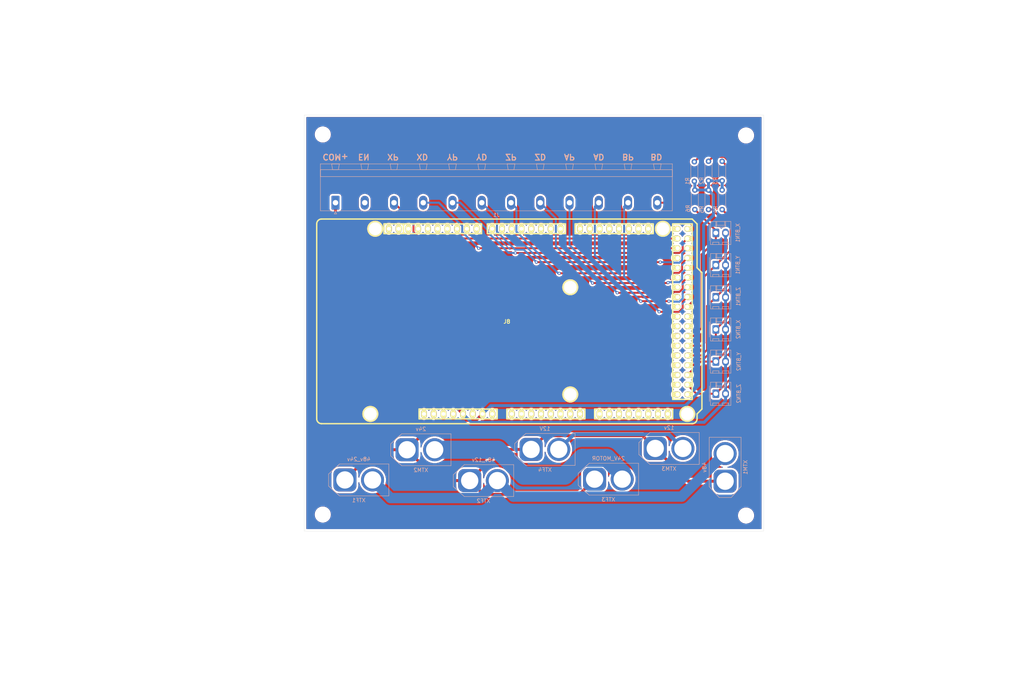
<source format=kicad_pcb>
(kicad_pcb (version 20171130) (host pcbnew 5.1.9-73d0e3b20d~88~ubuntu16.04.1)
  (layers (0 F.Cu signal) (31 B.Cu signal) (34 B.Paste user) (35 F.Paste user) (36 B.SilkS user) (37 F.SilkS user) (38 B.Mask user) (39 F.Mask user) (44 Edge.Cuts user))
  (net 0 "")
  (net 1 "Net-(J8-Pad2)")
  (net 2 "Net-(J8-Pad3)")
  (net 3 "Net-(J8-Pad4)")
  (net 4 "Net-(J8-Pad6)")
  (net 5 GND)
  (net 6 "Net-(J8-Pad8)")
  (net 7 "Net-(J8-Pad9)")
  (net 8 "Net-(J8-Pad10)")
  (net 9 "Net-(J8-Pad11)")
  (net 10 "Net-(J8-Pad12)")
  (net 11 "Net-(J8-Pad13)")
  (net 12 "Net-(J8-Pad14)")
  (net 13 "Net-(J8-Pad15)")
  (net 14 "Net-(J8-Pad16)")
  (net 15 "Net-(J8-Pad17)")
  (net 16 "Net-(J8-Pad18)")
  (net 17 "Net-(J8-Pad19)")
  (net 18 "Net-(J8-Pad20)")
  (net 19 "Net-(J8-Pad21)")
  (net 20 "Net-(J8-Pad22)")
  (net 21 "Net-(J8-Pad23)")
  (net 22 "Net-(J8-Pad24)")
  (net 23 "Net-(J8-Pad25)")
  (net 24 "Net-(J8-Pad26)")
  (net 25 "Net-(J8-Pad27)")
  (net 26 "Net-(J8-Pad28)")
  (net 27 "Net-(J8-Pad29)")
  (net 28 "Net-(J8-Pad30)")
  (net 29 "Net-(J8-Pad31)")
  (net 30 "Net-(J8-Pad32)")
  (net 31 "Net-(J8-Pad33)")
  (net 32 "Net-(J8-Pad34)")
  (net 33 "Net-(J8-Pad35)")
  (net 34 "Net-(J8-Pad36)")
  (net 35 "Net-(J8-Pad37)")
  (net 36 "Net-(J8-Pad38)")
  (net 37 "Net-(J8-Pad39)")
  (net 38 "Net-(J8-Pad42)")
  (net 39 "Net-(J8-Pad43)")
  (net 40 "Net-(J8-Pad50)")
  (net 41 "Net-(J8-Pad60)")
  (net 42 "Net-(J8-Pad61)")
  (net 43 "Net-(J8-Pad62)")
  (net 44 "Net-(J8-Pad63)")
  (net 45 "Net-(J8-Pad64)")
  (net 46 "Net-(J8-Pad65)")
  (net 47 "Net-(J8-Pad66)")
  (net 48 "Net-(J8-Pad67)")
  (net 49 "Net-(J8-Pad68)")
  (net 50 "Net-(J8-Pad69)")
  (net 51 "Net-(J8-Pad70)")
  (net 52 "Net-(J8-Pad71)")
  (net 53 "Net-(J8-Pad72)")
  (net 54 "Net-(J8-Pad73)")
  (net 55 "Net-(J8-Pad74)")
  (net 56 "Net-(J8-Pad75)")
  (net 57 "Net-(J8-Pad76)")
  (net 58 "Net-(J8-Pad77)")
  (net 59 "Net-(J8-Pad78)")
  (net 60 "Net-(J8-Pad79)")
  (net 61 "Net-(J8-Pad80)")
  (net 62 "Net-(J8-Pad81)")
  (net 63 "Net-(J8-Pad82)")
  (net 64 "Net-(J8-Pad83)")
  (net 65 "Net-(J8-Pad84)")
  (net 66 "Net-(J8-Pad85)")
  (net 67 "Net-(J8-Pad86)")
  (net 68 "Net-(J1-Pad2)")
  (net 69 "Net-(J8-Pad51)")
  (net 70 /XP)
  (net 71 /XD)
  (net 72 /YP)
  (net 73 /YD)
  (net 74 /ZP)
  (net 75 /ZD)
  (net 76 /AP)
  (net 77 /AD)
  (net 78 /BP)
  (net 79 /BD)
  (net 80 /Z_BTN2)
  (net 81 /Y_BTN2)
  (net 82 /X_BTN2)
  (net 83 /Z_BTN1)
  (net 84 /Y_BTN1)
  (net 85 /X_BTN1)
  (net 86 +5V)
  (net 87 +48V)
  (net 88 +24V)
  (net 89 +12V)
  (module Connector_AMASS:AMASS_XT60-M_1x02_P7.20mm_Vertical (layer B.Cu) (at 185.9 132.12)
    (fp_text reference XTM3 (at 3.6 5.3 180) (layer B.SilkS) (effects (justify mirror)))
    (fp_text value 12v (at 3.6 -5.4) (layer B.SilkS) (effects (justify mirror)))
    (pad 1 thru_hole roundrect (at 0 0) (size 6 6) (drill 4.5) (layers *.Cu *.Mask) (net 5 GND))
    (pad 2 thru_hole circle (at 7.2 0) (size 6 6) (drill 4.5) (layers *.Cu *.Mask) (net 89 +12V))
  )
  (module Connector_AMASS:AMASS_XT60-M_1x02_P7.20mm_Vertical (layer B.Cu) (at 121.25 132.46)
    (fp_text reference XTM2 (at 3.6 5.3 -180) (layer B.SilkS) (effects (justify mirror)))
    (fp_text value 24v (at 3.6 -5.4) (layer B.SilkS) (effects (justify mirror)))
    (pad 1 thru_hole roundrect (at 0 0) (size 6 6) (drill 4.5) (layers *.Cu *.Mask) (net 5 GND))
    (pad 2 thru_hole circle (at 7.2 0) (size 6 6) (drill 4.5) (layers *.Cu *.Mask) (net 88 +24V))
  )
  (module Connector_AMASS:AMASS_XT60-M_1x02_P7.20mm_Vertical (layer B.Cu) (at 204.1 140.66 90)
    (fp_text reference XTM1 (at 3.6 5.3 270) (layer B.SilkS) (effects (justify mirror)))
    (fp_text value 48v (at 3.6 -5.4 90) (layer B.SilkS) (effects (justify mirror)))
    (pad 1 thru_hole roundrect (at 0 0 90) (size 6 6) (drill 4.5) (layers *.Cu *.Mask) (net 5 GND))
    (pad 2 thru_hole circle (at 7.2 0 90) (size 6 6) (drill 4.5) (layers *.Cu *.Mask) (net 87 +48V))
  )
  (module Connector_AMASS:AMASS_XT60-F_1x02_P7.20mm_Vertical (layer B.Cu) (at 153.57 132.38)
    (fp_text reference XTF4 (at 3.6 5.3 -180) (layer B.SilkS) (effects (justify mirror)))
    (fp_text value 12V (at 3.6 -5.4) (layer B.SilkS) (effects (justify mirror)))
    (pad 1 thru_hole roundrect (at 0 0) (size 6 6) (drill 4.5) (layers *.Cu *.Mask) (net 5 GND))
    (pad 2 thru_hole circle (at 7.2 0) (size 6 6) (drill 4.5) (layers *.Cu *.Mask) (net 89 +12V))
  )
  (module Connector_AMASS:AMASS_XT60-F_1x02_P7.20mm_Vertical (layer B.Cu) (at 170.1 140.13)
    (fp_text reference XTF3 (at 3.6 5.3 180) (layer B.SilkS) (effects (justify mirror)))
    (fp_text value 24V_MOTOR (at 3.6 -5.4) (layer B.SilkS) (effects (justify mirror)))
    (pad 1 thru_hole roundrect (at 0 0) (size 6 6) (drill 4.5) (layers *.Cu *.Mask) (net 5 GND))
    (pad 2 thru_hole circle (at 7.2 0) (size 6 6) (drill 4.5) (layers *.Cu *.Mask) (net 88 +24V))
  )
  (module Connector_AMASS:AMASS_XT60-F_1x02_P7.20mm_Vertical (layer B.Cu) (at 137.57 140.5)
    (fp_text reference XTF2 (at 3.6 5.3 -180) (layer B.SilkS) (effects (justify mirror)))
    (fp_text value 48v_12v (at 3.6 -5.4) (layer B.SilkS) (effects (justify mirror)))
    (pad 1 thru_hole roundrect (at 0 0) (size 6 6) (drill 4.5) (layers *.Cu *.Mask) (net 5 GND))
    (pad 2 thru_hole circle (at 7.2 0) (size 6 6) (drill 4.5) (layers *.Cu *.Mask) (net 87 +48V))
  )
  (module Connector_AMASS:AMASS_XT60-F_1x02_P7.20mm_Vertical (layer B.Cu) (at 105.07 140.33)
    (fp_text reference XTF1 (at 3.6 5.3) (layer B.SilkS) (effects (justify mirror)))
    (fp_text value 48v_24v (at 3.6 -5.4) (layer B.SilkS) (effects (justify mirror)))
    (pad 1 thru_hole roundrect (at 0 0) (size 6 6) (drill 4.5) (layers *.Cu *.Mask) (net 5 GND))
    (pad 2 thru_hole circle (at 7.2 0) (size 6 6) (drill 4.5) (layers *.Cu *.Mask) (net 87 +48V))
  )
  (module MountingHole:MountingHole_3.2mm_M3 (layer F.Cu) (at 99.314 149.352)
    (fp_text reference H4)
    (fp_text value MountingHole)
    (pad 1 np_thru_hole circle (at 0 0) (size 3.2 3.2) (drill 3.2) (layers *.Cu *.Mask))
  )
  (module MountingHole:MountingHole_3.2mm_M3 (layer F.Cu) (at 209.55 50.546)
    (fp_text reference H3)
    (fp_text value MountingHole)
    (pad 1 np_thru_hole circle (at 0 0) (size 3.2 3.2) (drill 3.2) (layers *.Cu *.Mask))
  )
  (module MountingHole:MountingHole_3.2mm_M3 (layer F.Cu) (at 209.55 149.606)
    (fp_text reference H2)
    (fp_text value MountingHole)
    (pad 1 np_thru_hole circle (at 0 0) (size 3.2 3.2) (drill 3.2) (layers *.Cu *.Mask))
  )
  (module MountingHole:MountingHole_3.2mm_M3 (layer F.Cu) (at 99.314 50.292)
    (fp_text reference H1)
    (fp_text value MountingHole)
    (pad 1 np_thru_hole circle (at 0 0) (size 3.2 3.2) (drill 3.2) (layers *.Cu *.Mask))
  )
  (module campusrover_pcb:arduino_mega_header (layer F.Cu) (at 147.256501 98.996501)
    (fp_text reference J8 (at 0 0.063499) (layer F.SilkS) (effects (font (size 1.016 1.016) (thickness 0.2032))))
    (fp_text value Arduino_Mega_Header hide)
    (pad 1 thru_hole oval (at -21.59 24.13) (size 1.524 2.19964) (drill 1.00076) (layers *.Cu *.Mask F.SilkS))
    (pad 2 thru_hole oval (at -19.05 24.13) (size 1.524 2.19964) (drill 1.00076) (layers *.Cu *.Mask F.SilkS) (net 1 "Net-(J8-Pad2)"))
    (pad 3 thru_hole oval (at -16.51 24.13) (size 1.524 2.19964) (drill 1.00076) (layers *.Cu *.Mask F.SilkS) (net 2 "Net-(J8-Pad3)"))
    (pad 4 thru_hole oval (at -13.97 24.13) (size 1.524 2.19964) (drill 1.00076) (layers *.Cu *.Mask F.SilkS) (net 3 "Net-(J8-Pad4)"))
    (pad 5 thru_hole oval (at -11.43 24.13) (size 1.524 2.19964) (drill 1.00076) (layers *.Cu *.Mask F.SilkS) (net 86 +5V))
    (pad 6 thru_hole oval (at -8.89 24.13) (size 1.524 2.19964) (drill 1.00076) (layers *.Cu *.Mask F.SilkS) (net 4 "Net-(J8-Pad6)"))
    (pad 7 thru_hole oval (at -6.35 24.13) (size 1.524 2.19964) (drill 1.00076) (layers *.Cu *.Mask F.SilkS) (net 5 GND))
    (pad 8 thru_hole oval (at -3.81 24.13) (size 1.524 2.19964) (drill 1.00076) (layers *.Cu *.Mask F.SilkS) (net 6 "Net-(J8-Pad8)"))
    (pad 9 thru_hole oval (at 1.27 24.13) (size 1.524 2.19964) (drill 1.00076) (layers *.Cu *.Mask F.SilkS) (net 7 "Net-(J8-Pad9)"))
    (pad 10 thru_hole oval (at 3.81 24.13) (size 1.524 2.19964) (drill 1.00076) (layers *.Cu *.Mask F.SilkS) (net 8 "Net-(J8-Pad10)"))
    (pad 11 thru_hole oval (at 6.35 24.13) (size 1.524 2.19964) (drill 1.00076) (layers *.Cu *.Mask F.SilkS) (net 9 "Net-(J8-Pad11)"))
    (pad 12 thru_hole oval (at 8.89 24.13) (size 1.524 2.19964) (drill 1.00076) (layers *.Cu *.Mask F.SilkS) (net 10 "Net-(J8-Pad12)"))
    (pad 13 thru_hole oval (at 11.43 24.13) (size 1.524 2.19964) (drill 1.00076) (layers *.Cu *.Mask F.SilkS) (net 11 "Net-(J8-Pad13)"))
    (pad 14 thru_hole oval (at 13.97 24.13) (size 1.524 2.19964) (drill 1.00076) (layers *.Cu *.Mask F.SilkS) (net 12 "Net-(J8-Pad14)"))
    (pad 15 thru_hole oval (at 16.51 24.13) (size 1.524 2.19964) (drill 1.00076) (layers *.Cu *.Mask F.SilkS) (net 13 "Net-(J8-Pad15)"))
    (pad 16 thru_hole oval (at 19.05 24.13) (size 1.524 2.19964) (drill 1.00076) (layers *.Cu *.Mask F.SilkS) (net 14 "Net-(J8-Pad16)"))
    (pad 17 thru_hole oval (at 24.13 24.13) (size 1.524 2.19964) (drill 1.00076) (layers *.Cu *.Mask F.SilkS) (net 15 "Net-(J8-Pad17)"))
    (pad 18 thru_hole oval (at 26.67 24.13) (size 1.524 2.19964) (drill 1.00076) (layers *.Cu *.Mask F.SilkS) (net 16 "Net-(J8-Pad18)"))
    (pad 19 thru_hole oval (at 29.21 24.13) (size 1.524 2.19964) (drill 1.00076) (layers *.Cu *.Mask F.SilkS) (net 17 "Net-(J8-Pad19)"))
    (pad 20 thru_hole oval (at 31.75 24.13) (size 1.524 2.1971) (drill 1.00076) (layers *.Cu *.Mask F.SilkS) (net 18 "Net-(J8-Pad20)"))
    (pad 21 thru_hole oval (at 34.29 24.13) (size 1.524 2.1971) (drill 1.00076) (layers *.Cu *.Mask F.SilkS) (net 19 "Net-(J8-Pad21)"))
    (pad 22 thru_hole oval (at 36.83 24.13) (size 1.524 2.1971) (drill 1.00076) (layers *.Cu *.Mask F.SilkS) (net 20 "Net-(J8-Pad22)"))
    (pad 23 thru_hole oval (at 39.37 24.13) (size 1.524 2.1971) (drill 1.00076) (layers *.Cu *.Mask F.SilkS) (net 21 "Net-(J8-Pad23)"))
    (pad 24 thru_hole oval (at 41.91 24.13) (size 1.524 2.1971) (drill 1.00076) (layers *.Cu *.Mask F.SilkS) (net 22 "Net-(J8-Pad24)"))
    (pad "" np_thru_hole circle (at -35.56 24.13) (size 3.19786 3.19786) (drill 3.19786) (layers *.Cu *.Mask F.SilkS))
    (pad "" np_thru_hole circle (at 16.51 19.05) (size 3.19786 3.19786) (drill 3.19786) (layers *.Cu *.Mask F.SilkS))
    (pad "" np_thru_hole circle (at 46.99 24.13) (size 3.19786 3.19786) (drill 3.19786) (layers *.Cu *.Mask F.SilkS))
    (pad 25 thru_hole oval (at 44.45 19.05) (size 1.99898 1.53924) (drill 1.00076 (offset -0.24892 0)) (layers *.Cu *.Mask F.SilkS) (net 23 "Net-(J8-Pad25)"))
    (pad 26 thru_hole oval (at 44.45 16.51) (size 1.99898 1.53924) (drill 1.00076 (offset -0.24892 0)) (layers *.Cu *.Mask F.SilkS) (net 24 "Net-(J8-Pad26)"))
    (pad 27 thru_hole oval (at 44.45 13.97) (size 1.99898 1.53924) (drill 1.00076 (offset -0.24892 0)) (layers *.Cu *.Mask F.SilkS) (net 25 "Net-(J8-Pad27)"))
    (pad 28 thru_hole oval (at 44.45 11.43) (size 1.99898 1.53924) (drill 1.00076 (offset -0.24892 0)) (layers *.Cu *.Mask F.SilkS) (net 26 "Net-(J8-Pad28)"))
    (pad 29 thru_hole oval (at 44.45 8.89) (size 1.99898 1.53924) (drill 1.00076 (offset -0.24892 0)) (layers *.Cu *.Mask F.SilkS) (net 27 "Net-(J8-Pad29)"))
    (pad 30 thru_hole oval (at 44.45 6.35) (size 1.99898 1.53924) (drill 1.00076 (offset -0.24892 0)) (layers *.Cu *.Mask F.SilkS) (net 28 "Net-(J8-Pad30)"))
    (pad 31 thru_hole oval (at 44.45 3.81) (size 1.99898 1.53924) (drill 1.00076 (offset -0.24892 0)) (layers *.Cu *.Mask F.SilkS) (net 29 "Net-(J8-Pad31)"))
    (pad 32 thru_hole oval (at 44.45 1.27) (size 1.99898 1.53924) (drill 1.00076 (offset -0.24892 0)) (layers *.Cu *.Mask F.SilkS) (net 30 "Net-(J8-Pad32)"))
    (pad 33 thru_hole oval (at 44.45 -1.27) (size 1.99898 1.53924) (drill 1.00076 (offset -0.24892 0)) (layers *.Cu *.Mask F.SilkS) (net 31 "Net-(J8-Pad33)"))
    (pad 34 thru_hole oval (at 44.45 -3.81) (size 1.99898 1.53924) (drill 1.00076 (offset -0.24892 0)) (layers *.Cu *.Mask F.SilkS) (net 32 "Net-(J8-Pad34)"))
    (pad 35 thru_hole oval (at 44.45 -6.35) (size 1.99898 1.53924) (drill 1.00076 (offset -0.24892 0)) (layers *.Cu *.Mask F.SilkS) (net 33 "Net-(J8-Pad35)"))
    (pad 36 thru_hole oval (at 44.45 -8.89) (size 1.99898 1.53924) (drill 1.00076 (offset -0.24892 0)) (layers *.Cu *.Mask F.SilkS) (net 34 "Net-(J8-Pad36)"))
    (pad 37 thru_hole oval (at 44.45 -11.43) (size 1.99898 1.53924) (drill 1.00076 (offset -0.24892 0)) (layers *.Cu *.Mask F.SilkS) (net 35 "Net-(J8-Pad37)"))
    (pad 38 thru_hole oval (at 44.45 -13.97) (size 1.99898 1.53924) (drill 1.00076 (offset -0.24892 0)) (layers *.Cu *.Mask F.SilkS) (net 36 "Net-(J8-Pad38)"))
    (pad 39 thru_hole oval (at 44.45 -16.51) (size 1.99898 1.53924) (drill 1.00076 (offset -0.24892 0)) (layers *.Cu *.Mask F.SilkS) (net 37 "Net-(J8-Pad39)"))
    (pad 40 thru_hole oval (at 44.45 -19.05) (size 1.99898 1.53924) (drill 1.00076 (offset -0.24892 0)) (layers *.Cu *.Mask F.SilkS) (net 71 /XD))
    (pad 41 thru_hole oval (at 44.45 -21.59) (size 1.99898 1.53924) (drill 1.00076 (offset -0.24892 0)) (layers *.Cu *.Mask F.SilkS) (net 70 /XP))
    (pad 42 thru_hole oval (at 44.45 -24.13) (size 1.99898 1.53924) (drill 1.00076 (offset -0.24892 0)) (layers *.Cu *.Mask F.SilkS) (net 38 "Net-(J8-Pad42)"))
    (pad 43 thru_hole oval (at 46.99 19.05) (size 1.99898 1.5367) (drill 1.00076 (offset 0.24638 0)) (layers *.Cu *.Mask F.SilkS) (net 39 "Net-(J8-Pad43)"))
    (pad 44 thru_hole oval (at 46.99 16.51) (size 1.99898 1.5367) (drill 1.00076 (offset 0.24638 0)) (layers *.Cu *.Mask F.SilkS) (net 80 /Z_BTN2))
    (pad 45 thru_hole oval (at 46.99 13.97) (size 1.99898 1.5367) (drill 1.00076 (offset 0.24638 0)) (layers *.Cu *.Mask F.SilkS) (net 81 /Y_BTN2))
    (pad 46 thru_hole oval (at 46.99 11.43) (size 1.99898 1.5367) (drill 1.00076 (offset 0.24638 0)) (layers *.Cu *.Mask F.SilkS) (net 82 /X_BTN2))
    (pad 47 thru_hole oval (at 46.99 8.89) (size 1.99898 1.5367) (drill 1.00076 (offset 0.24638 0)) (layers *.Cu *.Mask F.SilkS) (net 83 /Z_BTN1))
    (pad 48 thru_hole oval (at 46.99 6.35) (size 1.99898 1.5367) (drill 1.00076 (offset 0.24638 0)) (layers *.Cu *.Mask F.SilkS) (net 84 /Y_BTN1))
    (pad 49 thru_hole oval (at 46.99 3.81) (size 1.99898 1.5367) (drill 1.00076 (offset 0.24638 0)) (layers *.Cu *.Mask F.SilkS) (net 85 /X_BTN1))
    (pad 50 thru_hole oval (at 46.99 1.27) (size 1.99898 1.5367) (drill 1.00076 (offset 0.24638 0)) (layers *.Cu *.Mask F.SilkS) (net 40 "Net-(J8-Pad50)"))
    (pad 51 thru_hole oval (at 46.99 -1.27) (size 1.99898 1.5367) (drill 1.00076 (offset 0.24638 0)) (layers *.Cu *.Mask F.SilkS) (net 69 "Net-(J8-Pad51)"))
    (pad 52 thru_hole oval (at 46.99 -3.81) (size 1.99898 1.5367) (drill 1.00076 (offset 0.24638 0)) (layers *.Cu *.Mask F.SilkS) (net 79 /BD))
    (pad 53 thru_hole oval (at 46.99 -6.35) (size 1.99898 1.5367) (drill 1.00076 (offset 0.24638 0)) (layers *.Cu *.Mask F.SilkS) (net 78 /BP))
    (pad 54 thru_hole oval (at 46.99 -8.89) (size 1.99898 1.5367) (drill 1.00076 (offset 0.24638 0)) (layers *.Cu *.Mask F.SilkS) (net 77 /AD))
    (pad 55 thru_hole oval (at 46.99 -11.43) (size 1.99898 1.5367) (drill 1.00076 (offset 0.24638 0)) (layers *.Cu *.Mask F.SilkS) (net 76 /AP))
    (pad 56 thru_hole oval (at 46.99 -13.97) (size 1.99898 1.5367) (drill 1.00076 (offset 0.24638 0)) (layers *.Cu *.Mask F.SilkS) (net 75 /ZD))
    (pad 57 thru_hole oval (at 46.99 -16.51) (size 1.99898 1.5367) (drill 1.00076 (offset 0.24638 0)) (layers *.Cu *.Mask F.SilkS) (net 74 /ZP))
    (pad 58 thru_hole oval (at 46.99 -19.05) (size 1.99898 1.5367) (drill 1.00076 (offset 0.24638 0)) (layers *.Cu *.Mask F.SilkS) (net 73 /YD))
    (pad 59 thru_hole oval (at 46.99 -21.59) (size 1.99898 1.5367) (drill 1.00076 (offset 0.24638 0)) (layers *.Cu *.Mask F.SilkS) (net 72 /YP))
    (pad 60 thru_hole oval (at 46.99 -24.13) (size 1.99898 1.5367) (drill 1.00076 (offset 0.24638 0)) (layers *.Cu *.Mask F.SilkS) (net 41 "Net-(J8-Pad60)"))
    (pad 61 thru_hole oval (at 36.83 -24.13) (size 1.524 2.1971) (drill 1.00076) (layers *.Cu *.Mask F.SilkS) (net 42 "Net-(J8-Pad61)"))
    (pad 62 thru_hole oval (at 34.29 -24.13) (size 1.524 2.1971) (drill 1.00076) (layers *.Cu *.Mask F.SilkS) (net 43 "Net-(J8-Pad62)"))
    (pad 63 thru_hole oval (at 31.75 -24.13) (size 1.524 2.1971) (drill 1.00076) (layers *.Cu *.Mask F.SilkS) (net 44 "Net-(J8-Pad63)"))
    (pad 64 thru_hole oval (at 29.21 -24.13) (size 1.524 2.1971) (drill 1.00076) (layers *.Cu *.Mask F.SilkS) (net 45 "Net-(J8-Pad64)"))
    (pad 65 thru_hole oval (at 26.67 -24.13) (size 1.524 2.1971) (drill 1.00076) (layers *.Cu *.Mask F.SilkS) (net 46 "Net-(J8-Pad65)"))
    (pad 66 thru_hole oval (at 24.13 -24.13) (size 1.524 2.1971) (drill 1.00076) (layers *.Cu *.Mask F.SilkS) (net 47 "Net-(J8-Pad66)"))
    (pad 67 thru_hole oval (at 21.59 -24.13) (size 1.524 2.1971) (drill 1.00076) (layers *.Cu *.Mask F.SilkS) (net 48 "Net-(J8-Pad67)"))
    (pad 68 thru_hole oval (at 19.05 -24.13) (size 1.524 2.1971) (drill 1.00076) (layers *.Cu *.Mask F.SilkS) (net 49 "Net-(J8-Pad68)"))
    (pad 69 thru_hole oval (at 13.97 -24.13) (size 1.524 2.1971) (drill 1.00076) (layers *.Cu *.Mask F.SilkS) (net 50 "Net-(J8-Pad69)"))
    (pad 70 thru_hole oval (at 11.43 -24.13) (size 1.524 2.1971) (drill 1.00076) (layers *.Cu *.Mask F.SilkS) (net 51 "Net-(J8-Pad70)"))
    (pad 71 thru_hole oval (at 8.89 -24.13) (size 1.524 2.1971) (drill 1.00076) (layers *.Cu *.Mask F.SilkS) (net 52 "Net-(J8-Pad71)"))
    (pad 72 thru_hole oval (at 6.35 -24.13) (size 1.524 2.1971) (drill 1.00076) (layers *.Cu *.Mask F.SilkS) (net 53 "Net-(J8-Pad72)"))
    (pad 73 thru_hole oval (at 3.81 -24.13) (size 1.524 2.1971) (drill 1.00076) (layers *.Cu *.Mask F.SilkS) (net 54 "Net-(J8-Pad73)"))
    (pad 74 thru_hole oval (at 1.27 -24.13) (size 1.524 2.1971) (drill 1.00076) (layers *.Cu *.Mask F.SilkS) (net 55 "Net-(J8-Pad74)"))
    (pad 75 thru_hole oval (at -1.27 -24.13) (size 1.524 2.1971) (drill 1.00076) (layers *.Cu *.Mask F.SilkS) (net 56 "Net-(J8-Pad75)"))
    (pad 76 thru_hole oval (at -3.81 -24.13) (size 1.524 2.1971) (drill 1.00076) (layers *.Cu *.Mask F.SilkS) (net 57 "Net-(J8-Pad76)"))
    (pad 77 thru_hole oval (at -7.874 -24.13) (size 1.524 2.1971) (drill 1.00076) (layers *.Cu *.Mask F.SilkS) (net 58 "Net-(J8-Pad77)"))
    (pad 78 thru_hole oval (at -10.414 -24.13) (size 1.524 2.1971) (drill 1.00076) (layers *.Cu *.Mask F.SilkS) (net 59 "Net-(J8-Pad78)"))
    (pad 79 thru_hole oval (at -12.954 -24.13) (size 1.524 2.1971) (drill 1.00076) (layers *.Cu *.Mask F.SilkS) (net 60 "Net-(J8-Pad79)"))
    (pad 80 thru_hole oval (at -15.494 -24.13) (size 1.524 2.1971) (drill 1.00076) (layers *.Cu *.Mask F.SilkS) (net 61 "Net-(J8-Pad80)"))
    (pad 81 thru_hole oval (at -18.034 -24.13) (size 1.524 2.1971) (drill 1.00076) (layers *.Cu *.Mask F.SilkS) (net 62 "Net-(J8-Pad81)"))
    (pad 82 thru_hole oval (at -20.574 -24.13) (size 1.524 2.1971) (drill 1.00076) (layers *.Cu *.Mask F.SilkS) (net 63 "Net-(J8-Pad82)"))
    (pad 83 thru_hole oval (at -23.114 -24.13) (size 1.524 2.1971) (drill 1.00076) (layers *.Cu *.Mask F.SilkS) (net 64 "Net-(J8-Pad83)"))
    (pad 84 thru_hole oval (at -25.654 -24.13) (size 1.524 2.1971) (drill 1.00076) (layers *.Cu *.Mask F.SilkS) (net 65 "Net-(J8-Pad84)"))
    (pad "" np_thru_hole circle (at 40.64 -24.13) (size 3.19786 3.19786) (drill 3.19786) (layers *.Cu *.Mask F.SilkS))
    (pad "" np_thru_hole circle (at -34.29 -24.13) (size 3.19786 3.19786) (drill 3.19786) (layers *.Cu *.Mask F.SilkS))
    (pad 85 thru_hole oval (at -28.194 -24.13) (size 1.524 2.1971) (drill 1.00076) (layers *.Cu *.Mask F.SilkS) (net 66 "Net-(J8-Pad85)"))
    (pad 86 thru_hole oval (at -30.734 -24.13) (size 1.524 2.1971) (drill 1.00076) (layers *.Cu *.Mask F.SilkS) (net 67 "Net-(J8-Pad86)"))
    (pad "" np_thru_hole circle (at 16.51 -8.89) (size 3.19786 3.19786) (drill 3.19786) (layers *.Cu *.Mask F.SilkS))
  )
  (module Connector_Phoenix_GMSTB:PhoenixContact_GMSTBA_2,5_12-G-7,62_1x12_P7.62mm_Horizontal (layer B.Cu) (at 102.616 68.072)
    (fp_text reference J1 (at 41.91 3.2) (layer B.SilkS) (effects (justify mirror)))
    (fp_text value Conn_01x12)
    (pad 1 thru_hole roundrect (at 0 0) (size 2.1 3.6) (drill 1.4) (layers *.Cu *.Mask) (roundrect_rratio 0.119048) (net 86 +5V))
    (pad 2 thru_hole oval (at 7.62 0) (size 2.1 3.6) (drill 1.4) (layers *.Cu *.Mask) (net 68 "Net-(J1-Pad2)"))
    (pad 3 thru_hole oval (at 15.24 0) (size 2.1 3.6) (drill 1.4) (layers *.Cu *.Mask) (net 70 /XP))
    (pad 4 thru_hole oval (at 22.86 0) (size 2.1 3.6) (drill 1.4) (layers *.Cu *.Mask) (net 71 /XD))
    (pad 5 thru_hole oval (at 30.48 0) (size 2.1 3.6) (drill 1.4) (layers *.Cu *.Mask) (net 72 /YP))
    (pad 6 thru_hole oval (at 38.1 0) (size 2.1 3.6) (drill 1.4) (layers *.Cu *.Mask) (net 73 /YD))
    (pad 7 thru_hole oval (at 45.72 0) (size 2.1 3.6) (drill 1.4) (layers *.Cu *.Mask) (net 74 /ZP))
    (pad 8 thru_hole oval (at 53.34 0) (size 2.1 3.6) (drill 1.4) (layers *.Cu *.Mask) (net 75 /ZD))
    (pad 9 thru_hole oval (at 60.96 0) (size 2.1 3.6) (drill 1.4) (layers *.Cu *.Mask) (net 76 /AP))
    (pad 10 thru_hole oval (at 68.58 0) (size 2.1 3.6) (drill 1.4) (layers *.Cu *.Mask) (net 77 /AD))
    (pad 11 thru_hole oval (at 76.2 0) (size 2.1 3.6) (drill 1.4) (layers *.Cu *.Mask) (net 78 /BP))
    (pad 12 thru_hole oval (at 83.82 0) (size 2.1 3.6) (drill 1.4) (layers *.Cu *.Mask) (net 79 /BD))
  )
  (module Connector_Molex:Molex_KK-254_AE-6410-02A_1x02_P2.54mm_Vertical (layer B.Cu) (at 201.676 117.856)
    (fp_text reference J2)
    (fp_text value Z_BTN2 (at 5.969 0 90) (layer B.SilkS) (effects (font (size 1 0.8984)) (justify mirror)))
    (pad 1 thru_hole roundrect (at 0 0) (size 1.74 2.19) (drill 1.19) (layers *.Cu *.Mask) (roundrect_rratio 0.143678) (net 80 /Z_BTN2))
    (pad 2 thru_hole oval (at 2.54 0) (size 1.74 2.19) (drill 1.19) (layers *.Cu *.Mask) (net 86 +5V))
  )
  (module Connector_Molex:Molex_KK-254_AE-6410-02A_1x02_P2.54mm_Vertical (layer B.Cu) (at 201.676 109.474)
    (fp_text reference J3)
    (fp_text value Y_BTN2 (at 5.969 0 90) (layer B.SilkS) (effects (font (size 1 0.8984)) (justify mirror)))
    (pad 1 thru_hole roundrect (at 0 0) (size 1.74 2.19) (drill 1.19) (layers *.Cu *.Mask) (roundrect_rratio 0.143678) (net 81 /Y_BTN2))
    (pad 2 thru_hole oval (at 2.54 0) (size 1.74 2.19) (drill 1.19) (layers *.Cu *.Mask) (net 86 +5V))
  )
  (module Connector_Molex:Molex_KK-254_AE-6410-02A_1x02_P2.54mm_Vertical (layer B.Cu) (at 201.676 101.092)
    (fp_text reference J4)
    (fp_text value X_BTN2 (at 5.842 0 90) (layer B.SilkS) (effects (font (size 1 0.8984)) (justify mirror)))
    (pad 2 thru_hole oval (at 2.54 0) (size 1.74 2.19) (drill 1.19) (layers *.Cu *.Mask) (net 86 +5V))
    (pad 1 thru_hole roundrect (at 0 0) (size 1.74 2.19) (drill 1.19) (layers *.Cu *.Mask) (roundrect_rratio 0.143678) (net 82 /X_BTN2))
  )
  (module Connector_Molex:Molex_KK-254_AE-6410-02A_1x02_P2.54mm_Vertical (layer B.Cu) (at 201.676 92.71)
    (fp_text reference J5)
    (fp_text value Z_BTN1 (at 5.842 -0.127 90) (layer B.SilkS) (effects (font (size 1 0.8984)) (justify mirror)))
    (pad 2 thru_hole oval (at 2.54 0) (size 1.74 2.19) (drill 1.19) (layers *.Cu *.Mask) (net 86 +5V))
    (pad 1 thru_hole roundrect (at 0 0) (size 1.74 2.19) (drill 1.19) (layers *.Cu *.Mask) (roundrect_rratio 0.143678) (net 83 /Z_BTN1))
  )
  (module Connector_Molex:Molex_KK-254_AE-6410-02A_1x02_P2.54mm_Vertical (layer B.Cu) (at 201.676 84.328)
    (fp_text reference J6)
    (fp_text value Y_BTN1 (at 5.715 0 90) (layer B.SilkS) (effects (font (size 1 0.8984)) (justify mirror)))
    (pad 1 thru_hole roundrect (at 0 0) (size 1.74 2.19) (drill 1.19) (layers *.Cu *.Mask) (roundrect_rratio 0.143678) (net 84 /Y_BTN1))
    (pad 2 thru_hole oval (at 2.54 0) (size 1.74 2.19) (drill 1.19) (layers *.Cu *.Mask) (net 86 +5V))
  )
  (module Connector_Molex:Molex_KK-254_AE-6410-02A_1x02_P2.54mm_Vertical (layer B.Cu) (at 201.676 75.946)
    (fp_text reference J7)
    (fp_text value X_BTN1 (at 5.715 0 90) (layer B.SilkS) (effects (font (size 1 0.8984)) (justify mirror)))
    (pad 2 thru_hole oval (at 2.54 0) (size 1.74 2.19) (drill 1.19) (layers *.Cu *.Mask) (net 86 +5V))
    (pad 1 thru_hole roundrect (at 0 0) (size 1.74 2.19) (drill 1.19) (layers *.Cu *.Mask) (roundrect_rratio 0.143678) (net 85 /X_BTN1))
  )
  (module Resistor_THT:R_Axial_DIN0204_L3.6mm_D1.6mm_P5.08mm_Horizontal (layer B.Cu) (at 196.088 57.404 270)
    (fp_text reference R1 (at 5.08 1.778 270) (layer B.SilkS) (effects (justify mirror)))
    (fp_text value 1k)
    (pad 2 thru_hole oval (at 5.08 0 270) (size 1.4 1.4) (drill 0.7) (layers *.Cu *.Mask) (net 5 GND))
    (pad 1 thru_hole circle (at 0 0 270) (size 1.4 1.4) (drill 0.7) (layers *.Cu *.Mask) (net 80 /Z_BTN2))
  )
  (module Resistor_THT:R_Axial_DIN0204_L3.6mm_D1.6mm_P5.08mm_Horizontal (layer B.Cu) (at 199.771 57.277 270)
    (fp_text reference R2 (at 5.08 1.778 270) (layer B.SilkS) (effects (justify mirror)))
    (fp_text value 1k)
    (pad 1 thru_hole circle (at 0 0 270) (size 1.4 1.4) (drill 0.7) (layers *.Cu *.Mask) (net 81 /Y_BTN2))
    (pad 2 thru_hole oval (at 5.08 0 270) (size 1.4 1.4) (drill 0.7) (layers *.Cu *.Mask) (net 5 GND))
  )
  (module Resistor_THT:R_Axial_DIN0204_L3.6mm_D1.6mm_P5.08mm_Horizontal (layer B.Cu) (at 203.327 57.277 270)
    (fp_text reference R3 (at 5.08 1.778 270) (layer B.SilkS) (effects (justify mirror)))
    (fp_text value 1k)
    (pad 1 thru_hole circle (at 0 0 270) (size 1.4 1.4) (drill 0.7) (layers *.Cu *.Mask) (net 82 /X_BTN2))
    (pad 2 thru_hole oval (at 5.08 0 270) (size 1.4 1.4) (drill 0.7) (layers *.Cu *.Mask) (net 5 GND))
  )
  (module Resistor_THT:R_Axial_DIN0204_L3.6mm_D1.6mm_P5.08mm_Horizontal (layer B.Cu) (at 203.327 69.85 90)
    (fp_text reference R4 (at 0 -1.778 270) (layer B.SilkS) (effects (justify mirror)))
    (fp_text value 1k)
    (pad 1 thru_hole circle (at 0 0 90) (size 1.4 1.4) (drill 0.7) (layers *.Cu *.Mask) (net 83 /Z_BTN1))
    (pad 2 thru_hole oval (at 5.08 0 90) (size 1.4 1.4) (drill 0.7) (layers *.Cu *.Mask) (net 5 GND))
  )
  (module Resistor_THT:R_Axial_DIN0204_L3.6mm_D1.6mm_P5.08mm_Horizontal (layer B.Cu) (at 199.771 69.85 90)
    (fp_text reference R5 (at 0 -1.778 270) (layer B.SilkS) (effects (justify mirror)))
    (fp_text value 1k)
    (pad 2 thru_hole oval (at 5.08 0 90) (size 1.4 1.4) (drill 0.7) (layers *.Cu *.Mask) (net 5 GND))
    (pad 1 thru_hole circle (at 0 0 90) (size 1.4 1.4) (drill 0.7) (layers *.Cu *.Mask) (net 84 /Y_BTN1))
  )
  (module Resistor_THT:R_Axial_DIN0204_L3.6mm_D1.6mm_P5.08mm_Horizontal (layer B.Cu) (at 196.215 69.85 90)
    (fp_text reference R6 (at 0.254 -1.778 270) (layer B.SilkS) (effects (justify mirror)))
    (fp_text value 1k)
    (pad 2 thru_hole oval (at 5.08 0 90) (size 1.4 1.4) (drill 0.7) (layers *.Cu *.Mask) (net 5 GND))
    (pad 1 thru_hole circle (at 0 0 90) (size 1.4 1.4) (drill 0.7) (layers *.Cu *.Mask) (net 85 /X_BTN1))
  )
  (gr_line (start 94.488 153.67) (end 214.122 153.67) (layer Edge.Cuts) (width 0.05))
  (gr_line (start 94.488 45.212) (end 94.488 153.67) (layer Edge.Cuts) (width 0.05))
  (gr_line (start 214.122 45.212) (end 214.122 153.67) (layer Edge.Cuts) (width 0.05))
  (gr_line (start 94.488 45.212) (end 214.122 45.212) (layer Edge.Cuts) (width 0.05))
  (gr_text BD (at 186.182 56.134 180) (layer B.SilkS) (effects (font (size 1.5 1.5) (thickness 0.3)) (justify mirror)))
  (gr_text BP (at 178.816 56.134 180) (layer B.SilkS) (effects (font (size 1.5 1.5) (thickness 0.3)) (justify mirror)))
  (gr_text AD (at 171.196 56.134 180) (layer B.SilkS) (effects (font (size 1.5 1.5) (thickness 0.3)) (justify mirror)))
  (gr_text AP (at 163.576 56.134 180) (layer B.SilkS) (effects (font (size 1.5 1.5) (thickness 0.3)) (justify mirror)))
  (gr_text ZD (at 155.956 56.134 180) (layer B.SilkS) (effects (font (size 1.5 1.5) (thickness 0.3)) (justify mirror)))
  (gr_text ZP (at 148.336 56.134 180) (layer B.SilkS) (effects (font (size 1.5 1.5) (thickness 0.3)) (justify mirror)))
  (gr_text YD (at 140.716 56.134 180) (layer B.SilkS) (effects (font (size 1.5 1.5) (thickness 0.3)) (justify mirror)))
  (gr_text YP (at 133.096 56.134 180) (layer B.SilkS) (effects (font (size 1.5 1.5) (thickness 0.3)) (justify mirror)))
  (gr_text XD (at 125.222 56.134 180) (layer B.SilkS) (effects (font (size 1.5 1.5) (thickness 0.3)) (justify mirror)))
  (gr_text XP (at 117.602 56.134 180) (layer B.SilkS) (effects (font (size 1.5 1.5) (thickness 0.3)) (justify mirror)))
  (gr_text EN (at 109.982 56.134 180) (layer B.SilkS) (effects (font (size 1.5 1.5) (thickness 0.3)) (justify mirror)))
  (gr_text COM+ (at 102.616 56.134 180) (layer B.SilkS) (effects (font (size 1.5 1.5) (thickness 0.3)) (justify mirror)))
  (segment (start 203.327 64.77) (end 203.327 62.357) (width 0.762) (layer B.Cu) (net 5))
  (segment (start 203.327 62.357) (end 199.771 62.357) (width 0.762) (layer B.Cu) (net 5))
  (segment (start 199.771 62.357) (end 199.771 64.77) (width 0.762) (layer B.Cu) (net 5))
  (segment (start 199.771 64.77) (end 196.215 64.77) (width 0.762) (layer B.Cu) (net 5))
  (segment (start 196.215 62.611) (end 196.088 62.484) (width 0.762) (layer B.Cu) (net 5))
  (segment (start 196.215 64.77) (end 196.215 62.611) (width 0.762) (layer B.Cu) (net 5))
  (segment (start 193.732235 120.94657) (end 143.086432 120.94657) (width 0.762) (layer B.Cu) (net 5))
  (segment (start 198.489999 116.188806) (end 193.732235 120.94657) (width 0.762) (layer B.Cu) (net 5))
  (segment (start 143.086432 120.94657) (end 140.906501 123.126501) (width 0.762) (layer B.Cu) (net 5))
  (segment (start 201.052001 71.340997) (end 198.489999 73.902999) (width 0.762) (layer B.Cu) (net 5))
  (segment (start 201.052001 66.051001) (end 201.052001 71.340997) (width 0.762) (layer B.Cu) (net 5))
  (segment (start 199.771 64.77) (end 201.052001 66.051001) (width 0.762) (layer B.Cu) (net 5))
  (segment (start 198.489999 73.902999) (end 198.489999 116.188806) (width 0.762) (layer B.Cu) (net 5))
  (segment (start 112.94 132.46) (end 121.25 132.46) (width 0.762) (layer F.Cu) (net 5))
  (segment (start 105.07 140.33) (end 112.94 132.46) (width 0.762) (layer F.Cu) (net 5))
  (segment (start 139.225671 124.807331) (end 140.906501 123.126501) (width 0.762) (layer F.Cu) (net 5))
  (segment (start 128.902669 124.807331) (end 139.225671 124.807331) (width 0.762) (layer F.Cu) (net 5))
  (segment (start 121.25 132.46) (end 128.902669 124.807331) (width 0.762) (layer F.Cu) (net 5))
  (segment (start 129.29 140.5) (end 137.57 140.5) (width 0.762) (layer F.Cu) (net 5))
  (segment (start 121.25 132.46) (end 129.29 140.5) (width 0.762) (layer F.Cu) (net 5))
  (segment (start 145.69 132.38) (end 153.57 132.38) (width 0.762) (layer F.Cu) (net 5))
  (segment (start 137.57 140.5) (end 145.69 132.38) (width 0.762) (layer F.Cu) (net 5))
  (segment (start 182.578999 128.798999) (end 185.9 132.12) (width 0.762) (layer F.Cu) (net 5))
  (segment (start 157.151001 128.798999) (end 182.578999 128.798999) (width 0.762) (layer F.Cu) (net 5))
  (segment (start 153.57 132.38) (end 157.151001 128.798999) (width 0.762) (layer F.Cu) (net 5))
  (segment (start 194.44 140.66) (end 204.1 140.66) (width 0.762) (layer F.Cu) (net 5))
  (segment (start 185.9 132.12) (end 194.44 140.66) (width 0.762) (layer F.Cu) (net 5))
  (segment (start 166.148999 144.081001) (end 170.1 140.13) (width 0.762) (layer F.Cu) (net 5))
  (segment (start 141.151001 144.081001) (end 166.148999 144.081001) (width 0.762) (layer F.Cu) (net 5))
  (segment (start 137.57 140.5) (end 141.151001 144.081001) (width 0.762) (layer F.Cu) (net 5))
  (segment (start 128.841499 77.406501) (end 191.706501 77.406501) (width 0.508) (layer F.Cu) (net 70))
  (segment (start 124.626254 77.406501) (end 128.841499 77.406501) (width 0.508) (layer F.Cu) (net 70))
  (segment (start 122.926491 75.706738) (end 124.626254 77.406501) (width 0.508) (layer F.Cu) (net 70))
  (segment (start 122.926491 73.142491) (end 122.926491 75.706738) (width 0.508) (layer F.Cu) (net 70))
  (segment (start 117.856 68.072) (end 122.926491 73.142491) (width 0.508) (layer F.Cu) (net 70))
  (segment (start 139.890501 79.946501) (end 191.706501 79.946501) (width 0.508) (layer F.Cu) (net 71))
  (segment (start 135.626491 75.706738) (end 139.866254 79.946501) (width 0.508) (layer B.Cu) (net 71))
  (segment (start 135.626491 74.134244) (end 135.626491 75.706738) (width 0.508) (layer B.Cu) (net 71))
  (via (at 139.890501 79.946501) (size 0.8) (drill 0.4) (layers F.Cu B.Cu) (net 71))
  (segment (start 129.564247 68.072) (end 135.626491 74.134244) (width 0.508) (layer B.Cu) (net 71))
  (segment (start 139.866254 79.946501) (end 139.890501 79.946501) (width 0.508) (layer B.Cu) (net 71))
  (segment (start 125.476 68.072) (end 129.564247 68.072) (width 0.508) (layer B.Cu) (net 71))
  (segment (start 193.039381 78.613621) (end 194.246501 77.406501) (width 0.508) (layer F.Cu) (net 72))
  (segment (start 193.039381 80.325045) (end 193.039381 78.613621) (width 0.508) (layer F.Cu) (net 72))
  (segment (start 192.194295 81.170131) (end 193.039381 80.325045) (width 0.508) (layer F.Cu) (net 72))
  (segment (start 149.461869 81.170131) (end 192.194295 81.170131) (width 0.508) (layer F.Cu) (net 72))
  (segment (start 147.693884 81.170131) (end 149.461869 81.170131) (width 0.508) (layer B.Cu) (net 72))
  (via (at 149.461869 81.170131) (size 0.8) (drill 0.4) (layers F.Cu B.Cu) (net 72))
  (segment (start 142.230491 75.174491) (end 142.230491 75.706738) (width 0.508) (layer B.Cu) (net 72))
  (segment (start 135.128 68.072) (end 142.230491 75.174491) (width 0.508) (layer B.Cu) (net 72))
  (segment (start 142.230491 75.706738) (end 147.693884 81.170131) (width 0.508) (layer B.Cu) (net 72))
  (segment (start 133.096 68.072) (end 135.128 68.072) (width 0.508) (layer B.Cu) (net 72))
  (via (at 187.198 83.566) (size 0.8) (drill 0.4) (layers F.Cu B.Cu) (net 73))
  (segment (start 154.94 83.566) (end 187.198 83.566) (width 0.508) (layer F.Cu) (net 73))
  (segment (start 192.911081 82.993345) (end 192.911081 81.281921) (width 0.508) (layer B.Cu) (net 73))
  (segment (start 192.911081 81.281921) (end 194.246501 79.946501) (width 0.508) (layer B.Cu) (net 73))
  (segment (start 192.194295 83.710131) (end 192.911081 82.993345) (width 0.508) (layer B.Cu) (net 73))
  (segment (start 190.720867 83.710131) (end 192.194295 83.710131) (width 0.508) (layer B.Cu) (net 73))
  (segment (start 190.576736 83.566) (end 190.720867 83.710131) (width 0.508) (layer B.Cu) (net 73))
  (segment (start 187.198 83.566) (end 190.576736 83.566) (width 0.508) (layer B.Cu) (net 73))
  (segment (start 151.69013 80.31613) (end 154.94 83.566) (width 0.508) (layer B.Cu) (net 73))
  (segment (start 149.379883 80.31613) (end 151.69013 80.31613) (width 0.508) (layer B.Cu) (net 73))
  (segment (start 144.662511 75.598758) (end 149.379883 80.31613) (width 0.508) (layer B.Cu) (net 73))
  (segment (start 144.662511 72.018511) (end 144.662511 75.598758) (width 0.508) (layer B.Cu) (net 73))
  (via (at 154.94 83.566) (size 0.8) (drill 0.4) (layers F.Cu B.Cu) (net 73))
  (segment (start 140.716 68.072) (end 144.662511 72.018511) (width 0.508) (layer B.Cu) (net 73))
  (segment (start 192.911081 83.821921) (end 194.246501 82.486501) (width 0.508) (layer F.Cu) (net 74))
  (segment (start 192.911081 85.533345) (end 192.911081 83.821921) (width 0.508) (layer F.Cu) (net 74))
  (segment (start 192.101555 86.342871) (end 192.911081 85.533345) (width 0.508) (layer F.Cu) (net 74))
  (segment (start 190.720867 86.342871) (end 192.101555 86.342871) (width 0.508) (layer F.Cu) (net 74))
  (segment (start 190.591867 86.471871) (end 190.720867 86.342871) (width 0.508) (layer F.Cu) (net 74))
  (segment (start 160.893871 86.471871) (end 190.591867 86.471871) (width 0.508) (layer F.Cu) (net 74))
  (via (at 160.893871 86.471871) (size 0.8) (drill 0.4) (layers F.Cu B.Cu) (net 74))
  (segment (start 148.336 68.072) (end 149.742511 69.478511) (width 0.508) (layer B.Cu) (net 74))
  (segment (start 149.742511 75.598758) (end 160.615624 86.471871) (width 0.508) (layer B.Cu) (net 74))
  (segment (start 149.742511 69.478511) (end 149.742511 75.598758) (width 0.508) (layer B.Cu) (net 74))
  (segment (start 160.615624 86.471871) (end 160.893871 86.471871) (width 0.508) (layer B.Cu) (net 74))
  (via (at 189.23 88.9) (size 0.8) (drill 0.4) (layers F.Cu B.Cu) (net 75))
  (segment (start 189.118129 89.011871) (end 189.23 88.9) (width 0.508) (layer F.Cu) (net 75))
  (segment (start 169.560129 89.011871) (end 189.118129 89.011871) (width 0.508) (layer F.Cu) (net 75))
  (segment (start 192.911081 86.361921) (end 194.246501 85.026501) (width 0.508) (layer B.Cu) (net 75))
  (segment (start 192.911081 88.073345) (end 192.911081 86.361921) (width 0.508) (layer B.Cu) (net 75))
  (segment (start 192.194295 88.790131) (end 192.911081 88.073345) (width 0.508) (layer B.Cu) (net 75))
  (segment (start 189.339869 88.790131) (end 192.194295 88.790131) (width 0.508) (layer B.Cu) (net 75))
  (segment (start 189.23 88.9) (end 189.339869 88.790131) (width 0.508) (layer B.Cu) (net 75))
  (via (at 169.560129 89.011871) (size 0.8) (drill 0.4) (layers F.Cu B.Cu) (net 75))
  (segment (start 160.010491 72.126491) (end 160.010491 79.462233) (width 0.508) (layer B.Cu) (net 75))
  (segment (start 160.010491 79.462233) (end 169.560129 89.011871) (width 0.508) (layer B.Cu) (net 75))
  (segment (start 155.956 68.072) (end 160.010491 72.126491) (width 0.508) (layer B.Cu) (net 75))
  (segment (start 193.039381 90.485045) (end 193.039381 88.773621) (width 0.508) (layer F.Cu) (net 76))
  (segment (start 192.194295 91.330131) (end 193.039381 90.485045) (width 0.508) (layer F.Cu) (net 76))
  (segment (start 190.813607 91.330131) (end 192.194295 91.330131) (width 0.508) (layer F.Cu) (net 76))
  (segment (start 193.039381 88.773621) (end 194.246501 87.566501) (width 0.508) (layer F.Cu) (net 76))
  (segment (start 190.591867 91.551871) (end 190.813607 91.330131) (width 0.508) (layer F.Cu) (net 76))
  (segment (start 190.591867 91.551871) (end 176.006871 91.551871) (width 0.508) (layer F.Cu) (net 76))
  (via (at 176.006871 91.551871) (size 0.8) (drill 0.4) (layers F.Cu B.Cu) (net 76))
  (segment (start 163.576 79.121) (end 176.006871 91.551871) (width 0.508) (layer B.Cu) (net 76))
  (segment (start 163.576 68.072) (end 163.576 79.121) (width 0.508) (layer B.Cu) (net 76))
  (via (at 189.468869 93.741131) (size 0.8) (drill 0.4) (layers F.Cu B.Cu) (net 77))
  (segment (start 193.039381 91.313621) (end 194.246501 90.106501) (width 0.508) (layer B.Cu) (net 77))
  (segment (start 193.039381 93.025045) (end 193.039381 91.313621) (width 0.508) (layer B.Cu) (net 77))
  (segment (start 192.194295 93.870131) (end 193.039381 93.025045) (width 0.508) (layer B.Cu) (net 77))
  (segment (start 190.591867 93.741131) (end 190.720867 93.870131) (width 0.508) (layer B.Cu) (net 77))
  (segment (start 190.720867 93.870131) (end 192.194295 93.870131) (width 0.508) (layer B.Cu) (net 77))
  (segment (start 189.468869 93.741131) (end 190.591867 93.741131) (width 0.508) (layer B.Cu) (net 77))
  (segment (start 189.468869 93.741131) (end 182.133131 93.741131) (width 0.508) (layer F.Cu) (net 77))
  (via (at 182.133131 93.741131) (size 0.8) (drill 0.4) (layers F.Cu B.Cu) (net 77))
  (segment (start 170.170491 81.778491) (end 182.133131 93.741131) (width 0.508) (layer B.Cu) (net 77))
  (segment (start 170.170491 69.097509) (end 170.170491 81.778491) (width 0.508) (layer B.Cu) (net 77))
  (segment (start 171.196 68.072) (end 170.170491 69.097509) (width 0.508) (layer B.Cu) (net 77))
  (segment (start 193.039381 93.853621) (end 194.246501 92.646501) (width 0.508) (layer F.Cu) (net 78))
  (segment (start 192.101555 96.502871) (end 193.039381 95.565045) (width 0.508) (layer F.Cu) (net 78))
  (segment (start 193.039381 95.565045) (end 193.039381 93.853621) (width 0.508) (layer F.Cu) (net 78))
  (segment (start 192.101555 96.502871) (end 186.926871 96.502871) (width 0.508) (layer F.Cu) (net 78))
  (segment (start 177.790491 87.366491) (end 186.926871 96.502871) (width 0.508) (layer B.Cu) (net 78))
  (via (at 186.926871 96.502871) (size 0.8) (drill 0.4) (layers F.Cu B.Cu) (net 78))
  (segment (start 177.790491 69.097509) (end 177.790491 87.366491) (width 0.508) (layer B.Cu) (net 78))
  (segment (start 178.816 68.072) (end 177.790491 69.097509) (width 0.508) (layer B.Cu) (net 78))
  (segment (start 195.946381 93.486621) (end 194.246501 95.186501) (width 0.508) (layer F.Cu) (net 79))
  (segment (start 195.946381 74.360183) (end 195.946381 79.516619) (width 0.508) (layer F.Cu) (net 79))
  (segment (start 189.658198 68.072) (end 195.946381 74.360183) (width 0.508) (layer F.Cu) (net 79))
  (segment (start 186.436 68.072) (end 189.658198 68.072) (width 0.508) (layer F.Cu) (net 79))
  (segment (start 195.946381 79.516619) (end 195.946381 93.486621) (width 0.508) (layer F.Cu) (net 79))
  (segment (start 195.946381 79.214997) (end 195.946381 79.516619) (width 0.508) (layer F.Cu) (net 79))
  (segment (start 194.246501 115.506501) (end 196.596 117.856) (width 0.508) (layer F.Cu) (net 80))
  (segment (start 196.596 117.856) (end 201.676 117.856) (width 0.508) (layer F.Cu) (net 80))
  (segment (start 208.37205 111.15995) (end 201.676 117.856) (width 0.508) (layer F.Cu) (net 80))
  (segment (start 204.174188 55.414989) (end 208.37205 59.612851) (width 0.508) (layer F.Cu) (net 80))
  (segment (start 208.37205 59.612851) (end 208.37205 111.15995) (width 0.508) (layer F.Cu) (net 80))
  (segment (start 198.077011 55.414989) (end 204.174188 55.414989) (width 0.508) (layer F.Cu) (net 80))
  (segment (start 196.088 57.404) (end 198.077011 55.414989) (width 0.508) (layer F.Cu) (net 80))
  (segment (start 194.246501 112.966501) (end 197.739002 109.474) (width 0.508) (layer F.Cu) (net 81))
  (segment (start 197.739002 109.474) (end 201.676 109.474) (width 0.508) (layer F.Cu) (net 81))
  (segment (start 202.118568 109.474) (end 201.676 109.474) (width 0.508) (layer F.Cu) (net 81))
  (segment (start 207.66404 59.906118) (end 207.66404 103.48596) (width 0.508) (layer F.Cu) (net 81))
  (segment (start 203.880921 56.122999) (end 207.66404 59.906118) (width 0.508) (layer F.Cu) (net 81))
  (segment (start 200.925001 56.122999) (end 203.880921 56.122999) (width 0.508) (layer F.Cu) (net 81))
  (segment (start 207.66404 103.48596) (end 201.676 109.474) (width 0.508) (layer F.Cu) (net 81))
  (segment (start 199.771 57.277) (end 200.925001 56.122999) (width 0.508) (layer F.Cu) (net 81))
  (segment (start 201.676 105.664) (end 201.676 101.092) (width 0.508) (layer F.Cu) (net 82))
  (segment (start 194.246501 110.426501) (end 195.785225 110.426501) (width 0.508) (layer F.Cu) (net 82))
  (segment (start 195.785225 110.426501) (end 197.499726 108.712) (width 0.508) (layer F.Cu) (net 82))
  (segment (start 197.499726 108.712) (end 198.628 108.712) (width 0.508) (layer F.Cu) (net 82))
  (segment (start 198.628 108.712) (end 201.676 105.664) (width 0.508) (layer F.Cu) (net 82))
  (segment (start 206.95603 95.81197) (end 201.676 101.092) (width 0.508) (layer F.Cu) (net 82))
  (segment (start 206.95603 60.90603) (end 206.95603 95.81197) (width 0.508) (layer F.Cu) (net 82))
  (segment (start 203.327 57.277) (end 206.95603 60.90603) (width 0.508) (layer F.Cu) (net 82))
  (segment (start 194.246501 107.886501) (end 197.929499 107.886501) (width 0.508) (layer F.Cu) (net 83))
  (segment (start 197.929499 107.886501) (end 199.39 106.426) (width 0.508) (layer F.Cu) (net 83))
  (segment (start 199.39 94.996) (end 201.676 92.71) (width 0.508) (layer F.Cu) (net 83))
  (segment (start 199.39 106.426) (end 199.39 94.996) (width 0.508) (layer F.Cu) (net 83))
  (segment (start 206.24802 88.13798) (end 201.676 92.71) (width 0.508) (layer F.Cu) (net 83))
  (segment (start 206.24802 72.77102) (end 206.24802 88.13798) (width 0.508) (layer F.Cu) (net 83))
  (segment (start 203.327 69.85) (end 206.24802 72.77102) (width 0.508) (layer F.Cu) (net 83))
  (segment (start 194.246501 105.346501) (end 197.929499 105.346501) (width 0.508) (layer F.Cu) (net 84))
  (segment (start 198.68199 104.59401) (end 198.68199 87.32201) (width 0.508) (layer F.Cu) (net 84))
  (segment (start 198.68199 87.32201) (end 201.676 84.328) (width 0.508) (layer F.Cu) (net 84))
  (segment (start 197.929499 105.346501) (end 198.68199 104.59401) (width 0.508) (layer F.Cu) (net 84))
  (segment (start 205.54001 80.46399) (end 201.676 84.328) (width 0.508) (layer F.Cu) (net 84))
  (segment (start 205.54001 74.629061) (end 205.54001 80.46399) (width 0.508) (layer F.Cu) (net 84))
  (segment (start 200.760949 69.85) (end 205.54001 74.629061) (width 0.508) (layer F.Cu) (net 84))
  (segment (start 199.771 69.85) (end 200.760949 69.85) (width 0.508) (layer F.Cu) (net 84))
  (segment (start 194.246501 102.806501) (end 195.897499 102.806501) (width 0.508) (layer F.Cu) (net 85))
  (segment (start 195.897499 102.806501) (end 197.97398 100.73002) (width 0.508) (layer F.Cu) (net 85))
  (segment (start 201.676 75.311) (end 201.676 75.946) (width 0.508) (layer F.Cu) (net 85))
  (segment (start 196.215 69.85) (end 201.676 75.311) (width 0.508) (layer F.Cu) (net 85))
  (segment (start 201.676 77.851) (end 197.97398 81.55302) (width 0.508) (layer F.Cu) (net 85))
  (segment (start 201.676 75.946) (end 201.676 77.851) (width 0.508) (layer F.Cu) (net 85))
  (segment (start 197.97398 100.73002) (end 197.97398 81.55302) (width 0.508) (layer F.Cu) (net 85))
  (segment (start 204.216 117.856) (end 204.216 109.474) (width 0.762) (layer B.Cu) (net 86))
  (segment (start 204.216 109.474) (end 204.216 101.092) (width 0.762) (layer B.Cu) (net 86))
  (segment (start 204.216 101.092) (end 204.216 92.71) (width 0.762) (layer B.Cu) (net 86))
  (segment (start 204.216 92.71) (end 204.216 84.328) (width 0.762) (layer B.Cu) (net 86))
  (segment (start 204.216 84.328) (end 204.216 75.946) (width 0.762) (layer B.Cu) (net 86))
  (segment (start 102.616 89.916) (end 135.826501 123.126501) (width 0.762) (layer F.Cu) (net 86))
  (segment (start 102.616 68.072) (end 102.616 89.916) (width 0.762) (layer F.Cu) (net 86))
  (segment (start 138.006432 125.306432) (end 135.826501 123.126501) (width 0.762) (layer B.Cu) (net 86))
  (segment (start 198.622568 125.306432) (end 138.006432 125.306432) (width 0.762) (layer B.Cu) (net 86))
  (segment (start 204.216 119.713) (end 198.622568 125.306432) (width 0.762) (layer B.Cu) (net 86))
  (segment (start 204.216 117.856) (end 204.216 119.713) (width 0.762) (layer B.Cu) (net 86))
  (segment (start 144.77 140.606502) (end 144.77 140.5) (width 2.690292) (layer B.Cu) (net 87))
  (segment (start 116.985156 145.045156) (end 140.331346 145.045156) (width 2.690292) (layer B.Cu) (net 87))
  (segment (start 140.331346 145.045156) (end 144.77 140.606502) (width 2.690292) (layer B.Cu) (net 87))
  (segment (start 112.27 140.33) (end 116.985156 145.045156) (width 2.690292) (layer B.Cu) (net 87))
  (segment (start 192.778351 144.675147) (end 203.993498 133.46) (width 2.690292) (layer B.Cu) (net 87))
  (segment (start 148.945147 144.675147) (end 192.778351 144.675147) (width 2.690292) (layer B.Cu) (net 87))
  (segment (start 203.993498 133.46) (end 204.1 133.46) (width 2.690292) (layer B.Cu) (net 87))
  (segment (start 144.77 140.5) (end 148.945147 144.675147) (width 2.690292) (layer B.Cu) (net 87))
  (segment (start 173.278889 134.576807) (end 177.3 138.597918) (width 4.706366) (layer B.Cu) (net 88))
  (segment (start 177.3 138.597918) (end 177.3 140.13) (width 4.706366) (layer B.Cu) (net 88))
  (segment (start 166.921111 134.576807) (end 173.278889 134.576807) (width 4.706366) (layer B.Cu) (net 88))
  (segment (start 151.649918 139.192) (end 162.305918 139.192) (width 4.706366) (layer B.Cu) (net 88))
  (segment (start 144.917918 132.46) (end 151.649918 139.192) (width 4.706366) (layer B.Cu) (net 88))
  (segment (start 162.305918 139.192) (end 166.921111 134.576807) (width 4.706366) (layer B.Cu) (net 88))
  (segment (start 128.45 132.46) (end 144.917918 132.46) (width 4.706366) (layer B.Cu) (net 88))
  (segment (start 189.418229 128.438229) (end 193.1 132.12) (width 0.963521) (layer B.Cu) (net 89))
  (segment (start 164.711771 128.438229) (end 189.418229 128.438229) (width 0.963521) (layer B.Cu) (net 89))
  (segment (start 160.77 132.38) (end 164.711771 128.438229) (width 0.963521) (layer B.Cu) (net 89))
  (zone (net 0) (net_name "") (layer F.Cu) (connect_pads (clearance 0.508)) (min_thickness 0.254) (fill yes (arc_segments 32) (thermal_gap 0.508) (thermal_bridge_width 0.508))
    (polygon (pts (xy 281.94 195.58) (xy 15.24 195.58) (xy 15.24 15.24) (xy 281.94 15.24)))
  )
  (zone (net 0) (net_name "") (layer B.Cu) (connect_pads (clearance 0.508)) (min_thickness 0.254) (fill yes (arc_segments 32) (thermal_gap 0.508) (thermal_bridge_width 0.508))
    (polygon (pts (xy 276.86 193.04) (xy 20.32 193.04) (xy 20.32 17.78) (xy 276.86 17.78)))
  )
)
</source>
